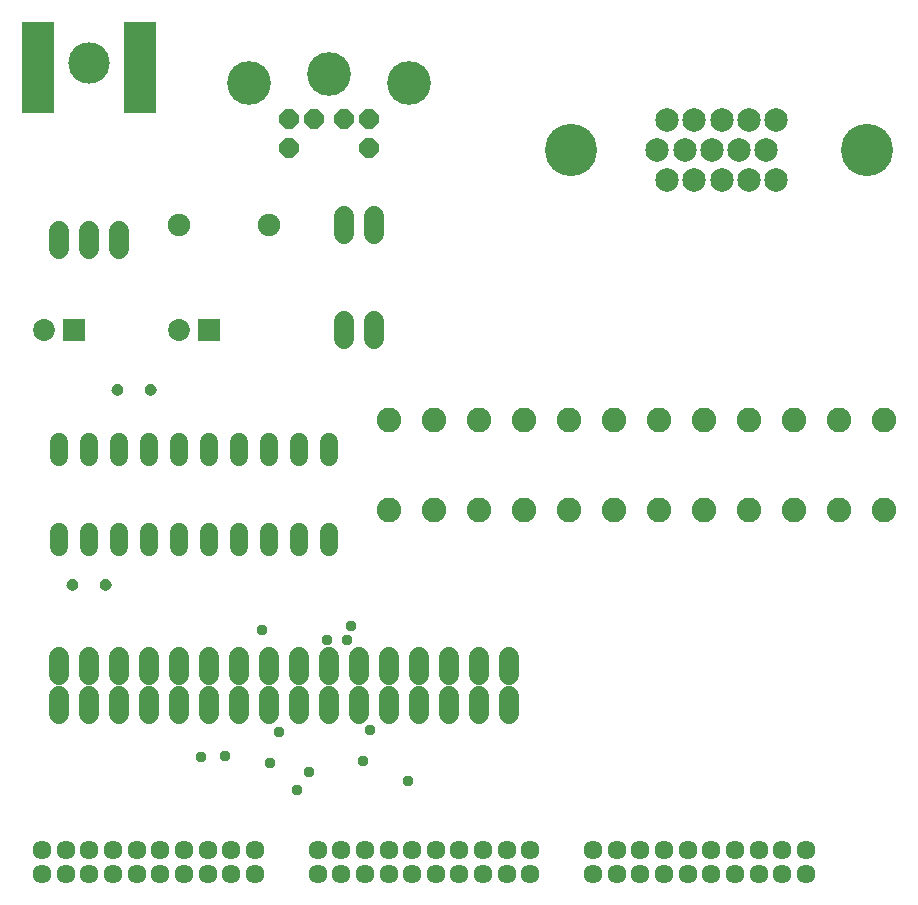
<source format=gbr>
G04 EAGLE Gerber RS-274X export*
G75*
%MOMM*%
%FSLAX34Y34*%
%LPD*%
%INSoldermask Top*%
%IPPOS*%
%AMOC8*
5,1,8,0,0,1.08239X$1,22.5*%
G01*
%ADD10C,1.611200*%
%ADD11C,4.419600*%
%ADD12C,1.993900*%
%ADD13C,2.082800*%
%ADD14C,3.703200*%
%ADD15P,1.759533X8X22.500000*%
%ADD16C,1.727200*%
%ADD17C,3.505200*%
%ADD18C,1.524000*%
%ADD19C,1.903200*%
%ADD20C,1.854200*%
%ADD21R,1.854200X1.854200*%
%ADD22R,2.743200X1.473200*%
%ADD23C,0.959600*%

G36*
X191736Y426777D02*
X191736Y426777D01*
X191811Y426774D01*
X192787Y426876D01*
X192835Y426890D01*
X192925Y426906D01*
X193854Y427222D01*
X193898Y427247D01*
X193983Y427283D01*
X194818Y427797D01*
X194855Y427831D01*
X194930Y427885D01*
X195630Y428573D01*
X195659Y428614D01*
X195719Y428683D01*
X196248Y429510D01*
X196267Y429556D01*
X196311Y429637D01*
X196643Y430560D01*
X196651Y430610D01*
X196676Y430699D01*
X196794Y431673D01*
X196791Y431723D01*
X196795Y431809D01*
X196700Y432811D01*
X196686Y432860D01*
X196670Y432950D01*
X196354Y433906D01*
X196330Y433951D01*
X196295Y434035D01*
X195773Y434896D01*
X195740Y434934D01*
X195687Y435009D01*
X194987Y435733D01*
X194946Y435762D01*
X194877Y435823D01*
X194034Y436373D01*
X193988Y436393D01*
X193907Y436437D01*
X192963Y436785D01*
X192913Y436794D01*
X192825Y436819D01*
X191827Y436949D01*
X191784Y436947D01*
X191658Y436948D01*
X190647Y436809D01*
X190599Y436793D01*
X190509Y436774D01*
X189554Y436412D01*
X189511Y436386D01*
X189427Y436348D01*
X188577Y435783D01*
X188540Y435748D01*
X188468Y435691D01*
X187764Y434952D01*
X187736Y434909D01*
X187678Y434838D01*
X187157Y433960D01*
X187139Y433913D01*
X187098Y433831D01*
X186785Y432859D01*
X186778Y432809D01*
X186757Y432720D01*
X186668Y431702D01*
X186673Y431652D01*
X186672Y431561D01*
X186803Y430597D01*
X186819Y430549D01*
X186838Y430460D01*
X187180Y429549D01*
X187206Y429506D01*
X187245Y429423D01*
X187782Y428611D01*
X187817Y428575D01*
X187873Y428502D01*
X188577Y427830D01*
X188619Y427803D01*
X188690Y427744D01*
X189526Y427246D01*
X189573Y427228D01*
X189655Y427188D01*
X190581Y426888D01*
X190631Y426881D01*
X190720Y426859D01*
X191689Y426773D01*
X191736Y426777D01*
G37*
G36*
X163745Y426777D02*
X163745Y426777D01*
X163820Y426774D01*
X164796Y426876D01*
X164844Y426890D01*
X164934Y426906D01*
X165863Y427222D01*
X165907Y427247D01*
X165992Y427283D01*
X166827Y427797D01*
X166864Y427831D01*
X166939Y427885D01*
X167639Y428573D01*
X167668Y428614D01*
X167728Y428683D01*
X168257Y429510D01*
X168276Y429556D01*
X168320Y429637D01*
X168652Y430560D01*
X168660Y430610D01*
X168685Y430699D01*
X168803Y431673D01*
X168800Y431723D01*
X168804Y431809D01*
X168709Y432811D01*
X168695Y432860D01*
X168679Y432950D01*
X168363Y433906D01*
X168339Y433951D01*
X168304Y434035D01*
X167782Y434896D01*
X167749Y434934D01*
X167696Y435009D01*
X166996Y435733D01*
X166955Y435762D01*
X166886Y435823D01*
X166043Y436373D01*
X165997Y436393D01*
X165916Y436437D01*
X164972Y436785D01*
X164922Y436794D01*
X164834Y436819D01*
X163836Y436949D01*
X163793Y436947D01*
X163667Y436948D01*
X162656Y436809D01*
X162608Y436793D01*
X162518Y436774D01*
X161563Y436412D01*
X161520Y436386D01*
X161436Y436348D01*
X160586Y435783D01*
X160549Y435748D01*
X160477Y435691D01*
X159773Y434952D01*
X159745Y434909D01*
X159687Y434838D01*
X159166Y433960D01*
X159148Y433913D01*
X159107Y433831D01*
X158794Y432859D01*
X158787Y432809D01*
X158766Y432720D01*
X158677Y431702D01*
X158682Y431652D01*
X158681Y431561D01*
X158812Y430597D01*
X158828Y430549D01*
X158847Y430460D01*
X159189Y429549D01*
X159215Y429506D01*
X159254Y429423D01*
X159791Y428611D01*
X159826Y428575D01*
X159882Y428502D01*
X160586Y427830D01*
X160628Y427803D01*
X160699Y427744D01*
X161535Y427246D01*
X161582Y427228D01*
X161664Y427188D01*
X162590Y426888D01*
X162640Y426881D01*
X162729Y426859D01*
X163698Y426773D01*
X163745Y426777D01*
G37*
G36*
X153636Y261677D02*
X153636Y261677D01*
X153711Y261674D01*
X154687Y261776D01*
X154735Y261790D01*
X154825Y261806D01*
X155754Y262122D01*
X155798Y262147D01*
X155883Y262183D01*
X156718Y262697D01*
X156755Y262731D01*
X156830Y262785D01*
X157530Y263473D01*
X157559Y263514D01*
X157619Y263583D01*
X158148Y264410D01*
X158167Y264456D01*
X158211Y264537D01*
X158543Y265460D01*
X158551Y265510D01*
X158576Y265599D01*
X158694Y266573D01*
X158691Y266623D01*
X158695Y266709D01*
X158600Y267711D01*
X158586Y267760D01*
X158570Y267850D01*
X158254Y268806D01*
X158230Y268851D01*
X158195Y268935D01*
X157673Y269796D01*
X157640Y269834D01*
X157587Y269909D01*
X156887Y270633D01*
X156846Y270662D01*
X156777Y270723D01*
X155934Y271273D01*
X155888Y271293D01*
X155807Y271337D01*
X154863Y271685D01*
X154813Y271694D01*
X154725Y271719D01*
X153727Y271849D01*
X153684Y271847D01*
X153558Y271848D01*
X152547Y271709D01*
X152499Y271693D01*
X152409Y271674D01*
X151454Y271312D01*
X151411Y271286D01*
X151327Y271248D01*
X150477Y270683D01*
X150440Y270648D01*
X150368Y270591D01*
X149664Y269852D01*
X149636Y269809D01*
X149578Y269738D01*
X149057Y268860D01*
X149039Y268813D01*
X148998Y268731D01*
X148685Y267759D01*
X148678Y267709D01*
X148657Y267620D01*
X148568Y266602D01*
X148573Y266552D01*
X148572Y266461D01*
X148703Y265497D01*
X148719Y265449D01*
X148738Y265360D01*
X149080Y264449D01*
X149106Y264406D01*
X149145Y264323D01*
X149682Y263511D01*
X149717Y263475D01*
X149773Y263402D01*
X150477Y262730D01*
X150519Y262703D01*
X150590Y262644D01*
X151426Y262146D01*
X151473Y262128D01*
X151555Y262088D01*
X152481Y261788D01*
X152531Y261781D01*
X152620Y261759D01*
X153589Y261673D01*
X153636Y261677D01*
G37*
G36*
X125645Y261677D02*
X125645Y261677D01*
X125720Y261674D01*
X126696Y261776D01*
X126744Y261790D01*
X126834Y261806D01*
X127763Y262122D01*
X127807Y262147D01*
X127892Y262183D01*
X128727Y262697D01*
X128764Y262731D01*
X128839Y262785D01*
X129539Y263473D01*
X129568Y263514D01*
X129628Y263583D01*
X130157Y264410D01*
X130176Y264456D01*
X130220Y264537D01*
X130552Y265460D01*
X130560Y265510D01*
X130585Y265599D01*
X130703Y266573D01*
X130700Y266623D01*
X130704Y266709D01*
X130609Y267711D01*
X130595Y267760D01*
X130579Y267850D01*
X130263Y268806D01*
X130239Y268851D01*
X130204Y268935D01*
X129682Y269796D01*
X129649Y269834D01*
X129596Y269909D01*
X128896Y270633D01*
X128855Y270662D01*
X128786Y270723D01*
X127943Y271273D01*
X127897Y271293D01*
X127816Y271337D01*
X126872Y271685D01*
X126822Y271694D01*
X126734Y271719D01*
X125736Y271849D01*
X125693Y271847D01*
X125567Y271848D01*
X124556Y271709D01*
X124508Y271693D01*
X124418Y271674D01*
X123463Y271312D01*
X123420Y271286D01*
X123336Y271248D01*
X122486Y270683D01*
X122449Y270648D01*
X122377Y270591D01*
X121673Y269852D01*
X121645Y269809D01*
X121587Y269738D01*
X121066Y268860D01*
X121048Y268813D01*
X121007Y268731D01*
X120694Y267759D01*
X120687Y267709D01*
X120666Y267620D01*
X120577Y266602D01*
X120582Y266552D01*
X120581Y266461D01*
X120712Y265497D01*
X120728Y265449D01*
X120747Y265360D01*
X121089Y264449D01*
X121115Y264406D01*
X121154Y264323D01*
X121691Y263511D01*
X121726Y263475D01*
X121782Y263402D01*
X122486Y262730D01*
X122528Y262703D01*
X122599Y262644D01*
X123435Y262146D01*
X123482Y262128D01*
X123564Y262088D01*
X124490Y261788D01*
X124540Y261781D01*
X124629Y261759D01*
X125598Y261673D01*
X125645Y261677D01*
G37*
D10*
X566500Y21750D03*
X566500Y41750D03*
X586500Y21750D03*
X586500Y41750D03*
X606500Y21750D03*
X606500Y41750D03*
X626500Y21750D03*
X626500Y41750D03*
X646500Y21750D03*
X646500Y41750D03*
X666500Y21750D03*
X666500Y41750D03*
X686500Y21750D03*
X686500Y41750D03*
X706500Y21750D03*
X706500Y41750D03*
X726500Y21750D03*
X726500Y41750D03*
X746500Y21750D03*
X746500Y41750D03*
D11*
X798119Y635000D03*
X548081Y635000D03*
D12*
X721029Y609590D03*
X698118Y609590D03*
X675208Y609590D03*
X652297Y609590D03*
X629386Y609590D03*
X712571Y635000D03*
X689660Y635000D03*
X666750Y635000D03*
X643839Y635000D03*
X620928Y635000D03*
X721029Y660411D03*
X698118Y660411D03*
X675208Y660411D03*
X652297Y660411D03*
X629386Y660411D03*
D13*
X812800Y330200D03*
X812800Y406400D03*
X774700Y330200D03*
X774700Y406400D03*
X736600Y330200D03*
X736600Y406400D03*
X698500Y330200D03*
X698500Y406400D03*
X660400Y330200D03*
X660400Y406400D03*
X622300Y330200D03*
X622300Y406400D03*
X584200Y330200D03*
X584200Y406400D03*
X546100Y330200D03*
X546100Y406400D03*
X508000Y330200D03*
X508000Y406400D03*
X469900Y330200D03*
X469900Y406400D03*
X431800Y330200D03*
X431800Y406400D03*
X393700Y330200D03*
X393700Y406400D03*
D14*
X410900Y691000D03*
X275400Y691000D03*
X342900Y699000D03*
D15*
X355900Y661000D03*
X329900Y661000D03*
X308900Y661000D03*
X376900Y661000D03*
X376900Y636000D03*
X308900Y636500D03*
D16*
X355600Y579120D02*
X355600Y563880D01*
X381000Y563880D02*
X381000Y579120D01*
X114300Y566420D02*
X114300Y551180D01*
X139700Y551180D02*
X139700Y566420D01*
X165100Y566420D02*
X165100Y551180D01*
D17*
X139700Y708660D03*
D18*
X114300Y311404D02*
X114300Y298196D01*
X139700Y298196D02*
X139700Y311404D01*
X266700Y311404D02*
X266700Y298196D01*
X292100Y298196D02*
X292100Y311404D01*
X165100Y311404D02*
X165100Y298196D01*
X190500Y298196D02*
X190500Y311404D01*
X241300Y311404D02*
X241300Y298196D01*
X215900Y298196D02*
X215900Y311404D01*
X317500Y311404D02*
X317500Y298196D01*
X342900Y298196D02*
X342900Y311404D01*
X342900Y374396D02*
X342900Y387604D01*
X317500Y387604D02*
X317500Y374396D01*
X292100Y374396D02*
X292100Y387604D01*
X266700Y387604D02*
X266700Y374396D01*
X241300Y374396D02*
X241300Y387604D01*
X215900Y387604D02*
X215900Y374396D01*
X190500Y374396D02*
X190500Y387604D01*
X165100Y387604D02*
X165100Y374396D01*
X139700Y374396D02*
X139700Y387604D01*
X114300Y387604D02*
X114300Y374396D01*
D16*
X355600Y474980D02*
X355600Y490220D01*
X381000Y490220D02*
X381000Y474980D01*
D19*
X215900Y571500D03*
X292100Y571500D03*
D20*
X101800Y482600D03*
D21*
X126800Y482600D03*
D20*
X216100Y482600D03*
D21*
X241100Y482600D03*
D10*
X100000Y21750D03*
X100000Y41750D03*
X120000Y21750D03*
X120000Y41750D03*
X140000Y21750D03*
X140000Y41750D03*
X160000Y21750D03*
X160000Y41750D03*
X180000Y21750D03*
X180000Y41750D03*
X200000Y21750D03*
X200000Y41750D03*
X220000Y21750D03*
X220000Y41750D03*
X240000Y21750D03*
X240000Y41750D03*
X260000Y21750D03*
X260000Y41750D03*
X280000Y21750D03*
X280000Y41750D03*
D16*
X114300Y157480D02*
X114300Y172720D01*
X139700Y172720D02*
X139700Y157480D01*
X165100Y157480D02*
X165100Y172720D01*
X190500Y172720D02*
X190500Y157480D01*
X215900Y157480D02*
X215900Y172720D01*
X241300Y172720D02*
X241300Y157480D01*
X266700Y157480D02*
X266700Y172720D01*
X292100Y172720D02*
X292100Y157480D01*
X317500Y157480D02*
X317500Y172720D01*
X342900Y172720D02*
X342900Y157480D01*
X368300Y157480D02*
X368300Y172720D01*
X393700Y172720D02*
X393700Y157480D01*
X419100Y157480D02*
X419100Y172720D01*
X444500Y172720D02*
X444500Y157480D01*
X469900Y157480D02*
X469900Y172720D01*
X495300Y172720D02*
X495300Y157480D01*
D10*
X333250Y21750D03*
X333250Y41750D03*
X353250Y21750D03*
X353250Y41750D03*
X373250Y21750D03*
X373250Y41750D03*
X393250Y21750D03*
X393250Y41750D03*
X413250Y21750D03*
X413250Y41750D03*
X433250Y21750D03*
X433250Y41750D03*
X453250Y21750D03*
X453250Y41750D03*
X473250Y21750D03*
X473250Y41750D03*
X493250Y21750D03*
X493250Y41750D03*
X513250Y21750D03*
X513250Y41750D03*
D16*
X114300Y190500D02*
X114300Y205740D01*
X139700Y205740D02*
X139700Y190500D01*
X165100Y190500D02*
X165100Y205740D01*
X190500Y205740D02*
X190500Y190500D01*
X215900Y190500D02*
X215900Y205740D01*
X241300Y205740D02*
X241300Y190500D01*
X266700Y190500D02*
X266700Y205740D01*
X292100Y205740D02*
X292100Y190500D01*
X317500Y190500D02*
X317500Y205740D01*
X342900Y205740D02*
X342900Y190500D01*
X368300Y190500D02*
X368300Y205740D01*
X393700Y205740D02*
X393700Y190500D01*
X419100Y190500D02*
X419100Y205740D01*
X444500Y205740D02*
X444500Y190500D01*
X469900Y190500D02*
X469900Y205740D01*
X495300Y205740D02*
X495300Y190500D01*
D22*
X96520Y736600D03*
X182880Y736600D03*
X96520Y723900D03*
X96520Y711200D03*
X96520Y698500D03*
X96520Y685800D03*
X96520Y673100D03*
X182880Y698500D03*
X182880Y711200D03*
X182880Y723900D03*
X182880Y685800D03*
X182880Y673100D03*
D23*
X341376Y219456D03*
X358140Y219456D03*
X377952Y143256D03*
X254508Y121920D03*
X409956Y100584D03*
X371856Y117348D03*
X326136Y108204D03*
X300228Y141732D03*
X361188Y231648D03*
X315468Y92964D03*
X292608Y115824D03*
X234696Y120396D03*
X286512Y228600D03*
M02*

</source>
